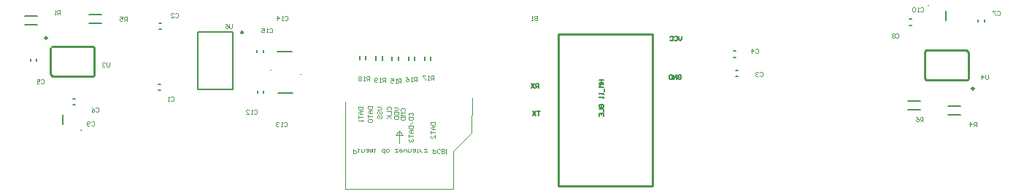
<source format=gbo>
G04*
G04 #@! TF.GenerationSoftware,Altium Limited,Altium Designer,21.3.2 (30)*
G04*
G04 Layer_Color=32896*
%FSLAX43Y43*%
%MOMM*%
G71*
G04*
G04 #@! TF.SameCoordinates,E583AE15-D421-4EF2-A5E4-CEDEED2159FB*
G04*
G04*
G04 #@! TF.FilePolarity,Positive*
G04*
G01*
G75*
%ADD10C,0.127*%
%ADD12C,0.200*%
%ADD14C,0.250*%
%ADD15C,0.254*%
%ADD16C,0.152*%
%ADD17C,0.203*%
%ADD18C,0.100*%
%ADD19C,0.102*%
D10*
X31986Y62195D02*
G03*
X31986Y62195I-51J0D01*
G01*
X108300Y69757D02*
G03*
X108300Y69757I-51J0D01*
G01*
X10051Y55243D02*
G03*
X10051Y55243I-51J0D01*
G01*
X35465Y61704D02*
G03*
X35465Y61704I-51J0D01*
G01*
X63218Y57421D02*
X62879D01*
X63049D01*
Y56913D01*
X62710Y57421D02*
X62372Y56913D01*
Y57421D02*
X62710Y56913D01*
X79251Y61600D02*
X79336Y61685D01*
X79505D01*
X79590Y61600D01*
Y61262D01*
X79505Y61177D01*
X79336D01*
X79251Y61262D01*
Y61431D01*
X79421D01*
X79082Y61177D02*
Y61685D01*
X78744Y61177D01*
Y61685D01*
X78574D02*
Y61177D01*
X78320D01*
X78236Y61262D01*
Y61600D01*
X78320Y61685D01*
X78574D01*
X79717Y66130D02*
Y65791D01*
X79548Y65622D01*
X79378Y65791D01*
Y66130D01*
X78871Y66045D02*
X78955Y66130D01*
X79125D01*
X79209Y66045D01*
Y65707D01*
X79125Y65622D01*
X78955D01*
X78871Y65707D01*
X78363Y66045D02*
X78447Y66130D01*
X78617D01*
X78701Y66045D01*
Y65707D01*
X78617Y65622D01*
X78447D01*
X78363Y65707D01*
X63091Y60088D02*
Y60596D01*
X62837D01*
X62752Y60511D01*
Y60342D01*
X62837Y60257D01*
X63091D01*
X62922D02*
X62752Y60088D01*
X62583Y60596D02*
X62245Y60088D01*
Y60596D02*
X62583Y60088D01*
X70108Y61050D02*
X70615D01*
X70361D01*
Y60711D01*
X70108D01*
X70615D01*
Y60542D02*
X70108D01*
X70277Y60373D01*
X70108Y60204D01*
X70615D01*
X70700Y60034D02*
Y59696D01*
X70615Y59526D02*
Y59357D01*
Y59442D01*
X70108D01*
X70192Y59526D01*
X70615Y59103D02*
Y58934D01*
Y59019D01*
X70108D01*
X70192Y59103D01*
X70108Y58172D02*
X70615D01*
Y57918D01*
X70531Y57834D01*
X70446D01*
X70361Y57918D01*
Y58172D01*
Y57918D01*
X70277Y57834D01*
X70192D01*
X70108Y57918D01*
Y58172D01*
Y57664D02*
X70615D01*
Y57326D01*
X70108Y56818D02*
Y57157D01*
X70615D01*
Y56818D01*
X70361Y57157D02*
Y56987D01*
D12*
X27650Y59950D02*
Y66650D01*
X23550Y59950D02*
Y66650D01*
X27650D01*
X23550Y59950D02*
X27650D01*
D14*
X28800Y66600D02*
G03*
X28800Y66600I-125J0D01*
G01*
D15*
X113600Y60056D02*
G03*
X113600Y60056I-127J0D01*
G01*
X6079Y65944D02*
G03*
X6079Y65944I-127J0D01*
G01*
X65366Y66384D02*
X76288D01*
X65366Y48700D02*
Y66384D01*
X76288Y48700D02*
Y66384D01*
X65366Y48700D02*
X76288D01*
X108012Y61072D02*
X112838D01*
X107885Y61199D02*
X108012Y61072D01*
X107885Y61199D02*
Y64374D01*
X108012Y64501D01*
X112711D01*
X112965Y64247D01*
Y61199D02*
Y64247D01*
X6587Y64928D02*
X11413D01*
X11540Y64801D01*
Y61626D02*
Y64801D01*
X11413Y61499D02*
X11540Y61626D01*
X6714Y61499D02*
X11413D01*
X6460Y61753D02*
X6714Y61499D01*
X6460Y61753D02*
Y64801D01*
D16*
X85657Y64406D02*
X85911D01*
X85657Y63694D02*
X85911D01*
X85957Y62156D02*
X86211D01*
X85957Y61444D02*
X86211D01*
X3513Y67492D02*
X4935D01*
X3513Y68508D02*
X4935D01*
X18957Y60556D02*
X19211D01*
X18957Y59844D02*
X19211D01*
X19039Y67656D02*
X19293D01*
X19039Y66944D02*
X19293D01*
X105963Y57542D02*
X107385D01*
X105963Y58558D02*
X107385D01*
X10965Y68708D02*
X12387D01*
X10965Y67692D02*
X12387D01*
X110613Y56992D02*
X112035D01*
X110613Y58008D02*
X112035D01*
X114094Y67839D02*
Y68093D01*
X114806Y67839D02*
Y68093D01*
X44220Y63371D02*
Y63829D01*
X44931Y63371D02*
Y63829D01*
X42340Y63403D02*
Y63861D01*
X43051Y63403D02*
Y63861D01*
X49860Y63321D02*
Y63779D01*
X50571Y63321D02*
Y63779D01*
X47980Y63321D02*
Y63779D01*
X48691Y63321D02*
Y63779D01*
X46100Y63321D02*
Y63779D01*
X46811Y63321D02*
Y63779D01*
X30444Y64307D02*
Y64561D01*
X31156Y64307D02*
Y64561D01*
X31206Y59557D02*
Y59811D01*
X30494Y59557D02*
Y59811D01*
X110370Y68017D02*
Y69083D01*
X7880Y55917D02*
Y56983D01*
X106107Y67444D02*
X106361D01*
X106107Y68156D02*
X106361D01*
X9089Y58856D02*
X9343D01*
X9089Y58144D02*
X9343D01*
X4856Y63257D02*
Y63511D01*
X4144Y63257D02*
Y63511D01*
D17*
X32812Y64342D02*
X34488D01*
X32862Y59558D02*
X34538D01*
D18*
X46955Y55150D02*
X47330Y54650D01*
X46480D02*
X47330D01*
X46480D02*
X46955Y55150D01*
Y53700D02*
Y55150D01*
X40630Y48350D02*
Y58550D01*
Y48350D02*
X53180D01*
X53222Y52792D01*
X55303Y54873D01*
X55379Y58909D01*
X41580Y53025D02*
Y52525D01*
X41830D01*
X41913Y52609D01*
Y52775D01*
X41830Y52858D01*
X41580D01*
X42080Y53025D02*
X42247D01*
X42163D01*
Y52692D01*
X42080D01*
X42496Y53025D02*
Y52692D01*
X42746D01*
X42830Y52775D01*
Y53025D01*
X43080Y52692D02*
X43246D01*
X43329Y52775D01*
Y53025D01*
X43080D01*
X42996Y52942D01*
X43080Y52858D01*
X43329D01*
X43496Y53025D02*
Y52692D01*
X43579D01*
X43663Y52775D01*
Y53025D01*
Y52775D01*
X43746Y52692D01*
X43829Y52775D01*
Y53025D01*
X43996D02*
X44163D01*
X44079D01*
Y52692D01*
X43996D01*
X45246Y52525D02*
Y53025D01*
X44996D01*
X44912Y52942D01*
Y52775D01*
X44996Y52692D01*
X45246D01*
X45495Y53025D02*
X45662D01*
X45745Y52942D01*
Y52775D01*
X45662Y52692D01*
X45495D01*
X45412Y52775D01*
Y52942D01*
X45495Y53025D01*
X46412Y52692D02*
X46745D01*
X46412Y53025D01*
X46745D01*
X47162D02*
X46995D01*
X46912Y52942D01*
Y52775D01*
X46995Y52692D01*
X47162D01*
X47245Y52775D01*
Y52858D01*
X46912D01*
X47411Y52692D02*
Y52942D01*
X47495Y53025D01*
X47578Y52942D01*
X47661Y53025D01*
X47745Y52942D01*
Y52692D01*
X47911Y53025D02*
Y52692D01*
X48161D01*
X48245Y52775D01*
Y53025D01*
X48494Y52692D02*
X48661D01*
X48744Y52775D01*
Y53025D01*
X48494D01*
X48411Y52942D01*
X48494Y52858D01*
X48744D01*
X48994Y52609D02*
Y52692D01*
X48911D01*
X49078D01*
X48994D01*
Y52942D01*
X49078Y53025D01*
X49328Y52692D02*
Y53025D01*
Y52858D01*
X49411Y52775D01*
X49494Y52692D01*
X49577D01*
X49827D02*
X50161D01*
X49827Y53025D01*
X50161D01*
X50827D02*
Y52525D01*
X51077D01*
X51160Y52609D01*
Y52775D01*
X51077Y52858D01*
X50827D01*
X51660Y52609D02*
X51577Y52525D01*
X51410D01*
X51327Y52609D01*
Y52942D01*
X51410Y53025D01*
X51577D01*
X51660Y52942D01*
X51827Y52525D02*
Y53025D01*
X52077D01*
X52160Y52942D01*
Y52858D01*
X52077Y52775D01*
X51827D01*
X52077D01*
X52160Y52692D01*
Y52609D01*
X52077Y52525D01*
X51827D01*
X52327Y52858D02*
Y52442D01*
Y52942D02*
Y53025D01*
X42155Y57900D02*
X42655D01*
Y57650D01*
X42572Y57567D01*
X42239D01*
X42155Y57650D01*
Y57900D01*
X42655Y57400D02*
X42322D01*
X42155Y57234D01*
X42322Y57067D01*
X42655D01*
X42405D01*
Y57400D01*
X42155Y56900D02*
Y56567D01*
Y56734D01*
X42655D01*
Y56401D02*
Y56234D01*
Y56317D01*
X42155D01*
X42239Y56401D01*
X43280Y58000D02*
X43780D01*
Y57750D01*
X43697Y57667D01*
X43364D01*
X43280Y57750D01*
Y58000D01*
X43780Y57500D02*
X43447D01*
X43280Y57334D01*
X43447Y57167D01*
X43780D01*
X43530D01*
Y57500D01*
X43280Y57000D02*
Y56667D01*
Y56834D01*
X43780D01*
X43364Y56501D02*
X43280Y56417D01*
Y56251D01*
X43364Y56167D01*
X43697D01*
X43780Y56251D01*
Y56417D01*
X43697Y56501D01*
X43364D01*
X44405Y57900D02*
X44738D01*
X44905Y57733D01*
X44738Y57567D01*
X44405D01*
X44489Y57067D02*
X44405Y57150D01*
Y57317D01*
X44489Y57400D01*
X44572D01*
X44655Y57317D01*
Y57150D01*
X44738Y57067D01*
X44822D01*
X44905Y57150D01*
Y57317D01*
X44822Y57400D01*
X44489Y56567D02*
X44405Y56650D01*
Y56817D01*
X44489Y56900D01*
X44572D01*
X44655Y56817D01*
Y56650D01*
X44738Y56567D01*
X44822D01*
X44905Y56650D01*
Y56817D01*
X44822Y56900D01*
X45589Y57567D02*
X45505Y57650D01*
Y57817D01*
X45589Y57900D01*
X45922D01*
X46005Y57817D01*
Y57650D01*
X45922Y57567D01*
X45505Y57400D02*
X46005D01*
Y57067D01*
X45505Y56900D02*
X46005D01*
X45838D01*
X45505Y56567D01*
X45755Y56817D01*
X46005Y56567D01*
X46350Y57800D02*
X46683D01*
X46850Y57633D01*
X46683Y57467D01*
X46350D01*
Y57300D02*
X46850D01*
Y57050D01*
X46767Y56967D01*
X46433D01*
X46350Y57050D01*
Y57300D01*
Y56800D02*
X46850D01*
Y56550D01*
X46767Y56467D01*
X46433D01*
X46350Y56550D01*
Y56800D01*
X47183Y57417D02*
X47100Y57500D01*
Y57667D01*
X47183Y57750D01*
X47517D01*
X47600Y57667D01*
Y57500D01*
X47517Y57417D01*
X47600Y57250D02*
X47100D01*
X47267Y57084D01*
X47100Y56917D01*
X47600D01*
X47100Y56750D02*
X47600D01*
Y56500D01*
X47517Y56417D01*
X47183D01*
X47100Y56500D01*
Y56750D01*
X48083Y56867D02*
X48000Y56950D01*
Y57117D01*
X48083Y57200D01*
X48417D01*
X48500Y57117D01*
Y56950D01*
X48417Y56867D01*
X48000Y56700D02*
X48500D01*
Y56450D01*
X48417Y56367D01*
X48083D01*
X48000Y56450D01*
Y56700D01*
X48500Y56200D02*
X48167Y55867D01*
X48000Y55700D02*
X48500D01*
Y55451D01*
X48417Y55367D01*
X48083D01*
X48000Y55451D01*
Y55700D01*
X48500Y55201D02*
X48167D01*
X48000Y55034D01*
X48167Y54867D01*
X48500D01*
X48250D01*
Y55201D01*
X48000Y54701D02*
Y54368D01*
Y54534D01*
X48500D01*
X48083Y54201D02*
X48000Y54118D01*
Y53951D01*
X48083Y53868D01*
X48167D01*
X48250Y53951D01*
Y54034D01*
Y53951D01*
X48333Y53868D01*
X48417D01*
X48500Y53951D01*
Y54118D01*
X48417Y54201D01*
X50600Y56150D02*
X51100D01*
Y55900D01*
X51017Y55817D01*
X50683D01*
X50600Y55900D01*
Y56150D01*
X51100Y55650D02*
X50767D01*
X50600Y55484D01*
X50767Y55317D01*
X51100D01*
X50850D01*
Y55650D01*
X50600Y55150D02*
Y54817D01*
Y54984D01*
X51100D01*
Y54317D02*
Y54650D01*
X50767Y54317D01*
X50683D01*
X50600Y54401D01*
Y54567D01*
X50683Y54650D01*
X7583Y68650D02*
Y69150D01*
X7333D01*
X7250Y69067D01*
Y68900D01*
X7333Y68817D01*
X7583D01*
X7417D02*
X7250Y68650D01*
X7083D02*
X6917D01*
X7000D01*
Y69150D01*
X7083Y69067D01*
X88233Y64617D02*
X88317Y64700D01*
X88483D01*
X88567Y64617D01*
Y64283D01*
X88483Y64200D01*
X88317D01*
X88233Y64283D01*
X87817Y64200D02*
Y64700D01*
X88067Y64450D01*
X87733D01*
X27567Y67600D02*
Y67183D01*
X27483Y67100D01*
X27317D01*
X27233Y67183D01*
Y67600D01*
X26733D02*
X26900Y67517D01*
X27067Y67350D01*
Y67183D01*
X26983Y67100D01*
X26817D01*
X26733Y67183D01*
Y67267D01*
X26817Y67350D01*
X27067D01*
X115267Y61650D02*
Y61233D01*
X115183Y61150D01*
X115017D01*
X114933Y61233D01*
Y61650D01*
X114517Y61150D02*
Y61650D01*
X114767Y61400D01*
X114433D01*
X13267Y63100D02*
Y62683D01*
X13183Y62600D01*
X13017D01*
X12933Y62683D01*
Y63100D01*
X12767Y63017D02*
X12683Y63100D01*
X12517D01*
X12433Y63017D01*
Y62933D01*
X12517Y62850D01*
X12600D01*
X12517D01*
X12433Y62767D01*
Y62683D01*
X12517Y62600D01*
X12683D01*
X12767Y62683D01*
X45275Y60800D02*
Y61300D01*
X45025D01*
X44942Y61217D01*
Y61050D01*
X45025Y60967D01*
X45275D01*
X45108D02*
X44942Y60800D01*
X44775D02*
X44608D01*
X44692D01*
Y61300D01*
X44775Y61217D01*
X44358Y60883D02*
X44275Y60800D01*
X44109D01*
X44025Y60883D01*
Y61217D01*
X44109Y61300D01*
X44275D01*
X44358Y61217D01*
Y61133D01*
X44275Y61050D01*
X44025D01*
X43425Y60950D02*
Y61450D01*
X43175D01*
X43092Y61367D01*
Y61200D01*
X43175Y61117D01*
X43425D01*
X43258D02*
X43092Y60950D01*
X42925D02*
X42758D01*
X42842D01*
Y61450D01*
X42925Y61367D01*
X42508D02*
X42425Y61450D01*
X42259D01*
X42175Y61367D01*
Y61283D01*
X42259Y61200D01*
X42175Y61117D01*
Y61033D01*
X42259Y60950D01*
X42425D01*
X42508Y61033D01*
Y61117D01*
X42425Y61200D01*
X42508Y61283D01*
Y61367D01*
X42425Y61200D02*
X42259D01*
X50875Y61050D02*
Y61550D01*
X50625D01*
X50542Y61467D01*
Y61300D01*
X50625Y61217D01*
X50875D01*
X50708D02*
X50542Y61050D01*
X50375D02*
X50208D01*
X50292D01*
Y61550D01*
X50375Y61467D01*
X49958Y61550D02*
X49625D01*
Y61467D01*
X49958Y61133D01*
Y61050D01*
X48925Y60900D02*
Y61400D01*
X48675D01*
X48592Y61317D01*
Y61150D01*
X48675Y61067D01*
X48925D01*
X48758D02*
X48592Y60900D01*
X48425D02*
X48258D01*
X48342D01*
Y61400D01*
X48425Y61317D01*
X47675Y61400D02*
X47842Y61317D01*
X48008Y61150D01*
Y60983D01*
X47925Y60900D01*
X47759D01*
X47675Y60983D01*
Y61067D01*
X47759Y61150D01*
X48008D01*
X47125Y60700D02*
Y61200D01*
X46875D01*
X46792Y61117D01*
Y60950D01*
X46875Y60867D01*
X47125D01*
X46958D02*
X46792Y60700D01*
X46625D02*
X46458D01*
X46542D01*
Y61200D01*
X46625Y61117D01*
X45875Y61200D02*
X46208D01*
Y60950D01*
X46042Y61033D01*
X45959D01*
X45875Y60950D01*
Y60783D01*
X45959Y60700D01*
X46125D01*
X46208Y60783D01*
X107667Y56200D02*
Y56700D01*
X107417D01*
X107333Y56617D01*
Y56450D01*
X107417Y56367D01*
X107667D01*
X107500D02*
X107333Y56200D01*
X106833Y56700D02*
X107000Y56617D01*
X107167Y56450D01*
Y56283D01*
X107083Y56200D01*
X106917D01*
X106833Y56283D01*
Y56367D01*
X106917Y56450D01*
X107167D01*
X15317Y67900D02*
Y68400D01*
X15067D01*
X14983Y68317D01*
Y68150D01*
X15067Y68067D01*
X15317D01*
X15150D02*
X14983Y67900D01*
X14483Y68400D02*
X14817D01*
Y68150D01*
X14650Y68233D01*
X14567D01*
X14483Y68150D01*
Y67983D01*
X14567Y67900D01*
X14733D01*
X14817Y67983D01*
X113867Y55600D02*
Y56100D01*
X113617D01*
X113533Y56017D01*
Y55850D01*
X113617Y55767D01*
X113867D01*
X113700D02*
X113533Y55600D01*
X113117D02*
Y56100D01*
X113367Y55850D01*
X113033D01*
X31842Y67017D02*
X31925Y67100D01*
X32091D01*
X32175Y67017D01*
Y66683D01*
X32091Y66600D01*
X31925D01*
X31842Y66683D01*
X31675Y66600D02*
X31508D01*
X31592D01*
Y67100D01*
X31675Y67017D01*
X30925Y67100D02*
X31258D01*
Y66850D01*
X31092Y66933D01*
X31009D01*
X30925Y66850D01*
Y66683D01*
X31009Y66600D01*
X31175D01*
X31258Y66683D01*
X30092Y57517D02*
X30175Y57600D01*
X30341D01*
X30425Y57517D01*
Y57183D01*
X30341Y57100D01*
X30175D01*
X30092Y57183D01*
X29925Y57100D02*
X29758D01*
X29842D01*
Y57600D01*
X29925Y57517D01*
X29175Y57100D02*
X29508D01*
X29175Y57433D01*
Y57517D01*
X29259Y57600D01*
X29425D01*
X29508Y57517D01*
X107392Y69467D02*
X107475Y69550D01*
X107641D01*
X107725Y69467D01*
Y69133D01*
X107641Y69050D01*
X107475D01*
X107392Y69133D01*
X107225Y69050D02*
X107058D01*
X107142D01*
Y69550D01*
X107225Y69467D01*
X106808D02*
X106725Y69550D01*
X106559D01*
X106475Y69467D01*
Y69133D01*
X106559Y69050D01*
X106725D01*
X106808Y69133D01*
Y69467D01*
X11183Y56167D02*
X11267Y56250D01*
X11433D01*
X11517Y56167D01*
Y55833D01*
X11433Y55750D01*
X11267D01*
X11183Y55833D01*
X11017D02*
X10933Y55750D01*
X10767D01*
X10683Y55833D01*
Y56167D01*
X10767Y56250D01*
X10933D01*
X11017Y56167D01*
Y56083D01*
X10933Y56000D01*
X10683D01*
X104533Y66367D02*
X104617Y66450D01*
X104783D01*
X104867Y66367D01*
Y66033D01*
X104783Y65950D01*
X104617D01*
X104533Y66033D01*
X104367Y66367D02*
X104283Y66450D01*
X104117D01*
X104033Y66367D01*
Y66283D01*
X104117Y66200D01*
X104033Y66117D01*
Y66033D01*
X104117Y65950D01*
X104283D01*
X104367Y66033D01*
Y66117D01*
X104283Y66200D01*
X104367Y66283D01*
Y66367D01*
X104283Y66200D02*
X104117D01*
X116233Y69017D02*
X116317Y69100D01*
X116483D01*
X116567Y69017D01*
Y68683D01*
X116483Y68600D01*
X116317D01*
X116233Y68683D01*
X116067Y69100D02*
X115733D01*
Y69017D01*
X116067Y68683D01*
Y68600D01*
X11733Y57767D02*
X11817Y57850D01*
X11983D01*
X12067Y57767D01*
Y57433D01*
X11983Y57350D01*
X11817D01*
X11733Y57433D01*
X11233Y57850D02*
X11400Y57767D01*
X11567Y57600D01*
Y57433D01*
X11483Y57350D01*
X11317D01*
X11233Y57433D01*
Y57517D01*
X11317Y57600D01*
X11567D01*
X5383Y61017D02*
X5467Y61100D01*
X5633D01*
X5717Y61017D01*
Y60683D01*
X5633Y60600D01*
X5467D01*
X5383Y60683D01*
X4883Y61100D02*
X5217D01*
Y60850D01*
X5050Y60933D01*
X4967D01*
X4883Y60850D01*
Y60683D01*
X4967Y60600D01*
X5133D01*
X5217Y60683D01*
X88733Y61917D02*
X88817Y62000D01*
X88983D01*
X89067Y61917D01*
Y61583D01*
X88983Y61500D01*
X88817D01*
X88733Y61583D01*
X88567Y61917D02*
X88483Y62000D01*
X88317D01*
X88233Y61917D01*
Y61833D01*
X88317Y61750D01*
X88400D01*
X88317D01*
X88233Y61667D01*
Y61583D01*
X88317Y61500D01*
X88483D01*
X88567Y61583D01*
X20933Y68717D02*
X21017Y68800D01*
X21183D01*
X21267Y68717D01*
Y68383D01*
X21183Y68300D01*
X21017D01*
X20933Y68383D01*
X20433Y68300D02*
X20767D01*
X20433Y68633D01*
Y68717D01*
X20517Y68800D01*
X20683D01*
X20767Y68717D01*
X33642Y68417D02*
X33725Y68500D01*
X33891D01*
X33975Y68417D01*
Y68083D01*
X33891Y68000D01*
X33725D01*
X33642Y68083D01*
X33475Y68000D02*
X33308D01*
X33392D01*
Y68500D01*
X33475Y68417D01*
X32809Y68000D02*
Y68500D01*
X33058Y68250D01*
X32725D01*
X33542Y56067D02*
X33625Y56150D01*
X33791D01*
X33875Y56067D01*
Y55733D01*
X33791Y55650D01*
X33625D01*
X33542Y55733D01*
X33375Y55650D02*
X33208D01*
X33292D01*
Y56150D01*
X33375Y56067D01*
X32958D02*
X32875Y56150D01*
X32709D01*
X32625Y56067D01*
Y55983D01*
X32709Y55900D01*
X32792D01*
X32709D01*
X32625Y55817D01*
Y55733D01*
X32709Y55650D01*
X32875D01*
X32958Y55733D01*
X20450Y59017D02*
X20533Y59100D01*
X20700D01*
X20783Y59017D01*
Y58683D01*
X20700Y58600D01*
X20533D01*
X20450Y58683D01*
X20283Y58600D02*
X20117D01*
X20200D01*
Y59100D01*
X20283Y59017D01*
D19*
X62903Y68519D02*
Y68012D01*
X62649D01*
X62565Y68096D01*
Y68181D01*
X62649Y68266D01*
X62903D01*
X62649D01*
X62565Y68350D01*
Y68435D01*
X62649Y68519D01*
X62903D01*
X62395Y68012D02*
X62226D01*
X62311D01*
Y68519D01*
X62395Y68435D01*
M02*

</source>
